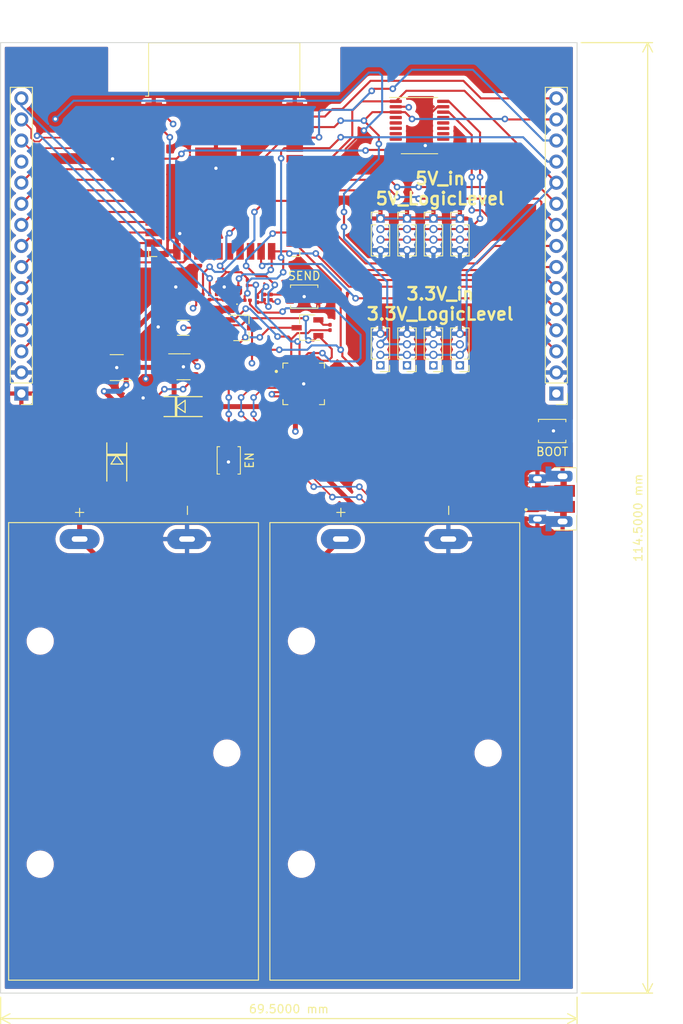
<source format=kicad_pcb>
(kicad_pcb (version 20211014) (generator pcbnew)
  (layers (0 "F.Cu" signal) (1 "In1.Cu" power "GND") (2 "In2.Cu" power "3.3V") (31 "B.Cu" signal) (34 "B.Paste" user) (35 "F.Paste" user) (36 "B.SilkS" user "B.Silkscreen") (37 "F.SilkS" user "F.Silkscreen") (38 "B.Mask" user) (39 "F.Mask" user) (44 "Edge.Cuts" user))
  (net 0 "")
  (net 1 "+BATT")
  (net 2 "-BATT")
  (net 3 "/GPIO4")
  (net 4 "+3V3")
  (net 5 "+5V")
  (net 6 "VCC")
  (net 7 "Net-(C6-Pad1)")
  (net 8 "Net-(C9-Pad1)")
  (net 9 "Net-(D1-Pad1)")
  (net 10 "/GPIO2")
  (net 11 "Net-(D2-Pad2)")
  (net 12 "VBUS")
  (net 13 "/D-")
  (net 14 "/D+")
  (net 16 "/RTS")
  (net 17 "Net-(Q1-Pad2)")
  (net 18 "/EN")
  (net 19 "/DTR")
  (net 20 "Net-(Q2-Pad2)")
  (net 21 "/GPIO0")
  (net 22 "/TX0")
  (net 23 "Net-(R3-Pad2)")
  (net 24 "/GPIO5")
  (net 25 "Net-(R10-Pad1)")
  (net 26 "/RX0")
  (net 27 "Net-(R11-Pad1)")
  (net 28 "Net-(R12-Pad1)")
  (net 29 "Net-(R14-Pad2)")
  (net 30 "/I²C5VLLEnable")
  (net 38 "/VP")
  (net 39 "/VN")
  (net 40 "/A7")
  (net 41 "/A4")
  (net 42 "/A5")
  (net 43 "/A8")
  (net 44 "/A9")
  (net 45 "/GPIO27")
  (net 46 "/GPIO14")
  (net 47 "/GPIO12")
  (net 48 "/GPIO13")
  (net 55 "/GPIO15")
  (net 56 "/RX2")
  (net 57 "/TX2")
  (net 58 "/GPIO18")
  (net 59 "/GPIO19")
  (net 61 "/GPIO21")
  (net 62 "/GPIO22")
  (net 63 "/GPIO23")
  (net 76 "/5VLL_SCL")
  (net 77 "/5VLL_SDA")
  (footprint "Resistor_SMD:R_0201_0603Metric" (layer "F.Cu") (at 134.881629 69.417987 180)
    (fp_text reference "R10" hide)
    (fp_text value "1K" hide)
  )
  (footprint "Connector_PinHeader_1.27mm:PinHeader_1x04_P1.27mm_Vertical" (layer "F.Cu") (at 160.503866 77.263219 180)
    (fp_text reference "J6" hide)
    (fp_text value "I²C2-3.3VLL&Pow" hide)
  )
  (footprint "Capacitor_SMD:C_1206_3216Metric" (layer "F.Cu") (at 127.16395 72.731002 180)
    (fp_text reference "C3" hide)
    (fp_text value "100uF/6.3V" hide)
  )
  (footprint "BC9VPC:BAT_BC9VPC" (layer "F.Cu") (at 121.13895 123.96705 90)
    (fp_text reference "BT1" hide)
    (fp_text value "BC9VPC" hide)
  )
  (footprint "Resistor_SMD:R_0201_0603Metric" (layer "F.Cu") (at 120.63895 52.382 180)
    (fp_text reference "R15" hide)
    (fp_text value "2.2K" hide)
  )
  (footprint "Connector_PinHeader_1.27mm:PinHeader_1x04_P1.27mm_Vertical" (layer "F.Cu") (at 150.938049 59.574142)
    (fp_text reference "J2" hide)
    (fp_text value "I²C1-5VLL-5VPow" hide)
  )
  (footprint "Resistor_SMD:R_0201_0603Metric" (layer "F.Cu") (at 131.452373 72.69791 90)
    (fp_text reference "R5" hide)
    (fp_text value "10K" hide)
  )
  (footprint "Resistor_SMD:R_0201_0603Metric" (layer "F.Cu") (at 129.539514 69.028612 90)
    (fp_text reference "R6" hide)
    (fp_text value "10K" hide)
  )
  (footprint "Connector_PinHeader_1.27mm:PinHeader_1x04_P1.27mm_Vertical" (layer "F.Cu") (at 154.133159 77.262504 180)
    (fp_text reference "J11" hide)
    (fp_text value "I²C4-3.3VLL&Pow" hide)
  )
  (footprint "Connector_PinHeader_2.54mm:PinHeader_1x15_P2.54mm_Vertical" (layer "F.Cu") (at 172.13895 80.657 180)
    (fp_text reference "J7" hide)
    (fp_text value "Conn_01x15_Male" hide)
  )
  (footprint "Resistor_SMD:R_0201_0603Metric" (layer "F.Cu") (at 130.352353 69.02394 90)
    (fp_text reference "R14" hide)
    (fp_text value "10K" hide)
  )
  (footprint "Resistor_SMD:R_0201_0603Metric" (layer "F.Cu") (at 135.447554 75.619215 90)
    (fp_text reference "R9" hide)
    (fp_text value "10K" hide)
  )
  (footprint "Connector_PinHeader_1.27mm:PinHeader_1x04_P1.27mm_Vertical" (layer "F.Cu") (at 150.927915 77.257172 180)
    (fp_text reference "J9" hide)
    (fp_text value "I²C3-3.3VLL&Pow" hide)
  )
  (footprint "Resistor_SMD:R_0201_0603Metric" (layer "F.Cu") (at 132.81868 69.030499 -90)
    (fp_text reference "R1" hide)
    (fp_text value "1K" hide)
  )
  (footprint "Connector_PinHeader_1.27mm:PinHeader_1x04_P1.27mm_Vertical" (layer "F.Cu") (at 157.32646 59.572191)
    (fp_text reference "J5" hide)
    (fp_text value "I²C2-5VLL-5VPow" hide)
  )
  (footprint "Resistor_SMD:R_0201_0603Metric" (layer "F.Cu") (at 133.48395 67.782)
    (fp_text reference "R8" hide)
    (fp_text value "10K" hide)
  )
  (footprint "Package_TO_SOT_SMD:SOT-23-5" (layer "F.Cu") (at 119.13895 77.531002 180)
    (fp_text reference "U4" hide)
    (fp_text value "SPX3819M5-L-5-0" hide)
  )
  (footprint "Connector_PinHeader_1.27mm:PinHeader_1x04_P1.27mm_Vertical" (layer "F.Cu") (at 157.320553 77.263351 180)
    (fp_text reference "J3" hide)
    (fp_text value "I²C1-3.3VLL&Pow" hide)
  )
  (footprint "Package_SO:TSSOP-20_4.4x6.5mm_P0.65mm" (layer "F.Cu") (at 155.63895 48.382)
    (fp_text reference "U3" hide)
    (fp_text value "TXS0108EPW" hide)
  )
  (footprint "Package_TO_SOT_SMD:SOT-23-5" (layer "F.Cu") (at 127.19232 77.432)
    (fp_text reference "U5" hide)
    (fp_text value "SPX3819M5-L-3-3" hide)
  )
  (footprint "Capacitor_SMD:C_0201_0603Metric" (layer "F.Cu") (at 131.995413 69.026421 90)
    (fp_text reference "C2" hide)
    (fp_text value "0.1u" hide)
  )
  (footprint "LED_SMD:LED_0201_0603Metric" (layer "F.Cu") (at 127.903157 69.02771 90)
    (fp_text reference "D2" hide)
    (fp_text value "Vermelho" hide)
  )
  (footprint "Button_Switch_SMD:SW_SPST_B3U-1000P" (layer "F.Cu") (at 171.63895 85.16625)
    (fp_text reference "SW2" hide)
    (fp_text value "BOOT")
  )
  (footprint "CP2102-GM:QFN50P500X500X100-29N" (layer "F.Cu") (at 141.67895 79.491002)
    (fp_text reference "U1" hide)
    (fp_text value "CP2102-GM" hide)
  )
  (footprint "SS14:DO-214AC" (layer "F.Cu") (at 127.13895 82.231002)
    (fp_text reference "D4" hide)
    (fp_text value "SS14" hide)
  )
  (footprint "Resistor_SMD:R_0201_0603Metric" (layer "F.Cu") (at 136.933416 69.046279 90)
    (fp_text reference "R13" hide)
    (fp_text value "100" hide)
  )
  (footprint "Capacitor_SMD:C_0201_0603Metric" (layer "F.Cu") (at 155.13895 52.582)
    (fp_text reference "C4" hide)
    (fp_text value "0.1u" hide)
  )
  (footprint "Resistor_SMD:R_0201_0603Metric" (layer "F.Cu") (at 137.752807 69.049248 -90)
    (fp_text reference "R12" hide)
    (fp_text value "10k" hide)
  )
  (footprint "RF_Module:ESP32-WROOM-32" (layer "F.Cu") (at 132.09895 54.272)
    (fp_text reference "U2" hide)
    (fp_text value "ESP32-WROOM-32" hide)
  )
  (footprint "Connector_PinHeader_1.27mm:PinHeader_1x04_P1.27mm_Vertical" (layer "F.Cu") (at 160.512029 59.574176)
    (fp_text reference "J10" hide)
    (fp_text value "I²C4-5VLL-5VPow" hide)
  )
  (footprint "Resistor_SMD:R_0201_0603Metric" (layer "F.Cu") (at 134.89295 67.31 -90)
    (fp_text reference "R3" hide)
    (fp_text value "1K" hide)
  )
  (footprint "Resistor_SMD:R_0201_0603Metric" (layer "F.Cu") (at 128.722529 69.033405 90)
    (fp_text reference "R2" hide)
    (fp_text value "1K" hide)
  )
  (footprint "Package_TO_SOT_SMD:TSOT-23" (layer "F.Cu") (at 134.13895 72.731002)
    (fp_text reference "Q2" hide)
    (fp_text value "S8050" hide)
  )
  (footprint "Capacitor_SMD:C_0201_0603Metric" (layer "F.Cu") (at 121.030144 81.186846)
    (fp_text reference "C7" hide)
    (fp_text value "10u" hide)
  )
  (footprint "10103594-0001LF:AMPHENOL_10103594-0001LF" (layer "F.Cu") (at 172.89145 93.3445 90)
    (fp_text reference "J1" hide)
    (fp_text value "10103594-0001LF" hide)
  )
  (footprint "BC9VPC:BAT_BC9VPC" (layer "F.Cu") (at 152.63895 123.96705 90)
    (fp_text reference "BT2" hide)
    (fp_text value "BC9VPC" hide)
  )
  (footprint "Capacitor_SMD:C_0201_0603Metric" (layer "F.Cu") (at 134.38495 75.946 180)
    (fp_text reference "C10" hide)
    (fp_text value "10u" hide)
  )
  (footprint "Capacitor_SMD:C_0201_0603Metric" (layer "F.Cu") (at 136.110072 69.342 90)
    (fp_text reference "C1" hide)
    (fp_text value "2.2u" hide)
  )
  (footprint "Resistor_SMD:R_0201_0603Metric" (layer "F.Cu") (at 144.853479 72.693965 -90)
    (fp_text reference "R4" hide)
    (fp_text value "10K" hide)
  )
  (footprint "Package_TO_SOT_SMD:TSOT-23" (layer "F.Cu") (at 142.13895 72.731002 180)
    (fp_text reference "Q1" hide)
    (fp_text value "S8050" hide)
  )
  (footprint "SS14:DO-214AC" (layer "F.Cu") (at 119.14495 88.9 -90)
    (fp_text reference "D3" hide)
    (fp_text value "SS14" hide)
  )
  (footprint "Capacitor_SMD:C_0201_0603Metric" (layer "F.Cu") (at 125.93895 69.382)
    (fp_text reference "C8" hide)
    (fp_text value "1u" hide)
  )
  (footprint "Capacitor_SMD:C_0201_0603Metric" (layer "F.Cu") (at 121.029891 82.229594)
    (fp_text reference "C5" hide)
    (fp_text value "1u" hide)
  )
  (footprint "Button_Switch_SMD:SW_SPST_B3U-1000P" (layer "F.Cu") (at 132.645207 88.707614 -90)
    (fp_text reference "SW1" hide)
    (fp_text value "EN")
  )
  (footprint "Capacitor_SMD:C_0201_0603Metric" (layer "F.Cu") (at 115.88895 76.903214 -90)
    (fp_text reference "C6" hide)
    (fp_text value "470p" hide)
  )
  (footprint "Resistor_SMD:R_0201_0603Metric" (layer "F.Cu") (at 131.171776 69.025072 90)
    (fp_text reference "R7" hide)
    (fp_text value "10K" hide)
  )
  (footprint "Button_Switch_SMD:SW_SPST_B3U-1000P" (layer "F.Cu") (at 141.73895 68.982 180)
    (fp_text reference "SW3" hide)
    (fp_text value "SEND")
  )
  (footprint "Connector_PinHeader_2.54mm:PinHeader_1x15_P2.54mm_Vertical" (layer "F.Cu") (at 107.63895 80.657 180)
    (fp_text reference "J4" hide)
    (fp_text value "Conn_01x15_Male" hide)
  )
  (footprint "Capacitor_SMD:C_0201_0603Metric" (layer "F.Cu") (at 122.63895 82.231002 180)
    (fp_text reference "C9" hide)
    (fp_text value "470p" hide)
  )
  (footprint "LED_SMD:LED_0201_0603Metric" (layer "F.Cu") (at 133.63895 69.031002 90)
    (fp_text reference "D1" hide)
    (fp_text value "Azul" hide)
  )
  (footprint "Resistor_SMD:R_0201_0603Metric" (layer "F.Cu") (at 140.681036 83.972529 -90)
    (fp_text reference "R11" hide)
    (fp_text value "4.7K" hide)
  )
  (footprint "Connector_PinHeader_1.27mm:PinHeader_1x04_P1.27mm_Vertical" (layer "F.Cu") (at 154.13895 59.572)
    (fp_text reference "J8" hide)
    (fp_text value "I²C3-5VLL-5VPow" hide)
  )
  (gr_line (start 105.13895 83.882) (end 105.13895 152.882) (layer "Edge.Cuts") (width 0.1))
  (gr_line (start 174.13895 152.882) (end 174.63895 152.882) (layer "Edge.Cuts") (width 0.1))
  (gr_line (start 174.63895 152.882) (end 174.63895 88.382) (layer "Edge.Cuts") (width 0.1))
  (gr_line (start 174.63895 38.382) (end 105.13895 38.382) (layer "Edge.Cuts") (width 0.1))
  (gr_line (start 105.13895 38.382) (end 105.13895 53.882) (layer "Edge.Cuts") (width 0.1))
  (gr_line (start 105.13895 53.882) (end 105.13895 83.882) (layer "Edge.Cuts") (width 0.1))
  (gr_line (start 105.13895 152.882) (end 174.13895 152.882) (layer "Edge.Cuts") (width 0.1))
  (gr_line (start 174.63895 88.382) (end 174.63895 38.382) (layer "Edge.Cuts") (width 0.1))
  (gr_text "3.3V_in\n3.3V_LogicLevel" (at 158.133159 69.862504) (layer "F.SilkS") (effects (font (size 1.5 1.5) (thickness 0.3))))
  (gr_text "5V_in\n5V_LogicLevel" (at 158.13895 55.972) (layer "F.SilkS") (effects (font (size 1.5 1.5) (thickness 0.3))))
  (dimension (type aligned) (layer "F.SilkS") (pts (xy 174.63895 152.882) (xy 174.63895 38.382)) (height 8.514) (gr_text "114,5000 mm" (at 182.00295 95.632 90) (layer "F.SilkS") (effects (font (size 1 1) (thickness 0.15)))) (format (units 3) (units_format 1) (precision 4)) (style (thickness 0.15) (arrow_length 1.27) (text_position_mode 0) (extension_height 0.58642) (extension_offset 0.5) keep_text_aligned))
  (dimension (type aligned) (layer "F.SilkS") (pts (xy 105.13895 152.882) (xy 174.63895 152.882)) (height 3.073999) (gr_text "69,5000 mm" (at 139.88895 154.805999) (layer "F.SilkS") (effects (font (size 1 1) (thickness 0.15)))) (format (units 3) (units_format 1) (precision 4)) (style (thickness 0.15) (arrow_length 1.27) (text_position_mode 0) (extension_height 0.58642) (extension_offset 0.5) keep_text_aligned))
  (segment (start 114.66195 98.18605) (end 118.0759 101.6) (width 0.595) (layer "F.Cu") (net 1))
  (segment (start 114.66195 95.433) (end 114.66195 98.18605) (width 0.595) (layer "F.Cu") (net 1))
  (segment (start 142.748 101.6) (end 146.16195 98.18605) (width 0.595) (layer "F.Cu") (net 1))
  (segment (start 119.14495 90.95) (end 114.66195 95.433) (width 0.595) (layer "F.Cu") (net 1))
  (segment (start 146.16195 98.18605) (end 144.95695 98.18605) (width 0.595) (layer "F.Cu") (net 1))
  (segment (start 118.0759 101.6) (end 142.748 101.6) (width 0.595) (layer "F.Cu") (net 1))
  (segment (start 172.80395 92.0445) (end 173.14145 92.382) (width 0.595) (layer "F.Cu") (net 2))
  (segment (start 131.09895 53.517) (end 131.09895 50.767) (width 0.25) (layer "F.Cu") (net 2))
  (segment (start 120.31895 52.382) (end 118.63695 52.382) (width 0.25) (layer "F.Cu") (net 2))
  (segment (start 131.995413 68.706421) (end 131.995413 67.921537) (width 0.25) (layer "F.Cu") (net 2))
  (segment (start 173.33895 85.16625) (end 171.803389 85.16625) (width 0.595) (layer "F.Cu") (net 2))
  (segment (start 137.047334 67.782) (end 137.13895 67.782) (width 0.25) (layer "F.Cu") (net 2))
  (segment (start 156.86395 51.307) (end 156.33895 50.782) (width 0.25) (layer "F.Cu") (net 2))
  (segment (start 172.89145 94.557) (end 173.14145 94.307) (width 0.595) (layer "F.Cu") (net 2))
  (segment (start 122.31895 81.188126) (end 122.319626 81.18745) (width 0.25) (layer "F.Cu") (net 2))
  (segment (start 127.174826 77.432) (end 127.176073 77.433247) (width 0.25) (layer "F.Cu") (net 2))
  (segment (start 126.25895 69.382) (end 126.25695 69.38) (width 0.25) (layer "F.Cu") (net 2))
  (segment (start 136.110072 69.022) (end 136.110072 68.719262) (width 0.25) (layer "F.Cu") (net 2))
  (segment (start 124.237952 72.731002) (end 124.13895 72.632) (width 0.25) (layer "F.Cu") (net 2))
  (segment (start 141.247952 78.991002) (end 141.63895 79.382) (width 0.25) (layer "F.Cu") (net 2))
  (segment (start 127.903157 69.34771) (end 126.29324 69.34771) (width 0.25) (layer "F.Cu") (net 2))
  (segment (start 120.27645 77.531002) (end 119.13923 77.531002) (width 0.25) (layer "F.Cu") (net 2))
  (segment (start 155.45895 51.662) (end 156.33895 50.782) (width 0.25) (layer "F.Cu") (net 2))
  (segment (start 170.06645 92.0445) (end 172.80395 92.0445) (width 0.595) (layer "F.Cu") (net 2))
  (segment (start 126.29324 69.34771) (end 126.25895 69.382) (width 0.25) (layer "F.Cu") (net 2))
  (segment (start 141.17895 78.991002) (end 139.30895 78.991002) (width 0.25) (layer "F.Cu") (net 2))
  (segment (start 135.84895 46.017) (end 140.59895 46.017) (width 0.25) (layer "F.Cu") (net 2))
  (segment (start 122.319022 81.186846) (end 122.319626 81.18745) (width 0.25) (layer "F.Cu") (net 2))
  (segment (start 131.09895 50.767) (end 126.34895 46.017) (width 0.25) (layer "F.Cu") (net 2))
  (segment (start 169.86145 91.8395) (end 170.06645 92.0445) (width 0.595) (layer "F.Cu") (net 2))
  (segment (start 143.43895 68.982) (end 141.73895 68.982) (width 0.25) (layer "F.Cu") (net 2))
  (segment (start 133.53895 76.472) (end 133.97793 76.03302) (width 0.25) (layer "F.Cu") (net 2))
  (segment (start 132.09895 67.818) (end 133.12795 67.818) (width 0.25) (layer "F.Cu") (net 2))
  (segment (start 155.45895 52.582) (end 155.45895 51.662) (width 0.25) (layer "F.Cu") (net 2))
  (segment (start 136.110072 68.719262) (end 137.047334 67.782) (width 0.25) (layer "F.Cu") (net 2))
  (segment (start 118.831442 77.223214) (end 119.13895 77.530722) (width 0.25) (layer "F.Cu") (net 2))
  (segment (start 126.38395 63.527) (end 126.38395 61.737) (width 0.25) (layer "F.Cu") (net 2))
  (segment (start 126.25695 69.38) (end 126.25695 67.818) (width 0.25) (layer "F.Cu") (net 2))
  (segment (start 173.14145 92.382) (end 173.14145 94.307) (width 0.595) (layer "F.Cu") (net 2))
  (segment (start 131.09895 50.767) (end 135.84895 46.017) (width 0.25) (layer "F.Cu") (net 2))
  (segment (start 131.999491 68.710499) (end 131.995413 68.706421) (width 0.25) (layer "F.Cu") (net 2))
  (segment (start 126.05482 77.432) (end 127.174826 77.432) (width 0.595) (layer "F.Cu") (net 2))
  (segment (start 122.31895 82.231002) (end 122.31895 81.188126) (width 0.25) (layer "F.Cu") (net 2))
  (segment (start 121.350144 81.186846) (end 122.319022 81.186846) (width 0.25) (layer "F.Cu") (net 2))
  (segment (start 126.38395 61.737) (end 126.73895 61.382) (width 0.25) (layer "F.Cu") (net 2))
  (segment (start 141.67895 79.491002) (end 141.17895 78.991002) (width 0.25) (layer "F.Cu") (net 2))
  (segment (start 132.60695 88.9) (end 132.60695 90.431002) (width 0.25) (layer "F.Cu") (net 2))
  (segment (start 133.53895 77.982) (end 134.547952 78.991002) (width 0.25) (layer "F.Cu") (net 2))
  (segment (start 121.350144 82.229341) (end 121.349891 82.229594) (width 0.25) (layer "F.Cu") (net 2))
  (segment (start 169.86145 90.9195) (end 169.86145 91.8395) (width 0.595) (layer "F.Cu") (net 2))
  (segment (start 125.68895 72.731002) (end 124.237952 72.731002) (width 0.25) (layer "F.Cu") (net 2))
  (segment (start 158.50145 51.307) (end 156.86395 51.307) (width 0.25) (layer "F.Cu") (net 2))
  (segment (start 171.803389 85.16625) (end 171.79265 85.155511) (width 0.25) (layer "F.Cu") (net 2))
  (segment (start 172.89145 96.0695) (end 172.89145 94.557) (width 0.595) (layer "F.Cu") (net 2))
  (segment (start 126.34895 46.017) (end 123.59895 46.017) (width 0.25) (layer "F.Cu") (net 2))
  (segment (start 119.13923 77.531002) (end 119.13895 77.530722) (width 0.25) (layer "F.Cu") (net 2))
  (segment (start 132.81868 68.710499) (end 131.999491 68.710499) (width 0.25) (layer "F.Cu") (net 2))
  (segment (start 133.53895 77.982) (end 133.53895 76.472) (width 0.25) (layer "F.Cu") (net 2))
  (segment (start 134.547952 78.991002) (end 139.30895 78.991002) (width 0.25) (layer "F.Cu") (net 2))
  (segment (start 131.995413 67.921537) (end 132.09895 67.818) (width 0.25) (layer "F.Cu") (net 2))
  (segment (start 121.350144 81.186846) (end 121.350144 82.229341) (width 0.25) (layer "F.Cu") (net 2))
  (segment (start 115.88895 77.223214) (end 118.831442 77.223214) (width 0.25) (layer "F.Cu") (net 2))
  (via (at 131.09895 53.517) (size 0.8) (drill 0.4) (layers "F.Cu" "B.Cu") (net 2))
  (via (at 141.73895 68.982) (size 0.8) (drill 0.4) (layers "F.Cu" "B.Cu") (net 2))
  (via (at 118.63695 52.382) (size 0.8) (drill 0.4) (layers "F.Cu" "B.Cu") (net 2))
  (via (at 127.176073 77.433247) (size 0.8) (drill 0.4) (layers "F.Cu" "B.Cu") (net 2))
  (via (at 137.13895 67.782) (size 0.8) (drill 0.4) (layers "F.Cu" "B.Cu") (net 2))
  (via (at 126.25695 67.818) (size 0.8) (drill 0.4) (layers "F.Cu" "B.Cu") (net 2))
  (via (at 171.79265 85.155511) (size 0.8) (drill 0.4) (layers "F.Cu" "B.Cu") (net 2))
  (via (at 126.73895 61.382) (size 0.8) (drill 0.4) (layers "F.Cu" "B.Cu") (net 2))
  (via (at 124.13895 72.632) (size 0.8) (drill 0.4) (layers "F.Cu" "B.Cu") (net 2))
  (via (at 119.13895 77.530722) (size 0.8) (drill 0.4) (layers "F.Cu" "B.Cu") (net 2))
  (via (at 132.60695 88.9) (size 0.8) (drill 0.4) (layers "F.Cu" "B.Cu") (net 2))
  (via (at 132.09895 67.818) (size 0.8) (drill 0.4) (layers "F.Cu" "B.Cu") (net 2))
  (via (at 156.33895 50.782) (size 0.8) (drill 0.4) (layers "F.Cu" "B.Cu") (net 2))
  (via (at 141.67895 79.491002) (size 0.8) (drill 0.4) (layers "F.Cu" "B.Cu") (net 2))
  (via (at 122.319626 81.18745) (size 0.8) (drill 0.4) (layers "F.Cu" "B.Cu") (net 2))
  (segment (start 170.16145 96.0695) (end 169.86145 95.7695) (width 0.595) (layer "B.Cu") (net 2))
  (segment (start 172.89145 96.0695) (end 170.16145 96.0695) (width 0.595) (layer "B.Cu") (net 2))
  (segment (start 137.93895 61.382) (end 138.06395 61.257) (width 0.25) (layer "F.Cu") (net 3))
  (segment (start 136.933416 69.682466) (end 137.43295 70.182) (width 0.25) (layer "F.Cu") (net 3))
  (segment (start 136.933416 69.366279) (end 136.637695 69.662) (width 0.25) (layer "F.Cu") (net 3))
  (segment (start 135.967451 66.506501) (end 137.137451 66.506501) (width 0.25) (layer "F.Cu") (net 3))
  (segment (start 134.73895 65.278) (end 135.967451 66.506501) (width 0.25) (layer "F.Cu") (net 3))
  (segment (start 138.06395 61.257) (end 140.59895 61.257) (width 0.25) (layer "F.Cu") (net 3))
  (segment (start 168.62395 66.982) (end 172.13895 70.497) (width 0.25) (layer "F.Cu") (net 3))
  (segment (start 140.59895 61.257) (end 141.84895 61.257) (width 0.25) (layer "F.Cu") (net 3))
  (segment (start 141.84895 61.257) (end 147.57395 66.982) (width 0.25) (layer "F.Cu") (net 3))
  (segment (start 147.57395 66.982) (end 168.62395 66.982) (width 0.25) (layer "F.Cu") (net 3))
  (segment (start 137.137451 66.506501) (end 138.19495 67.564) (width 0.25) (layer "F.Cu") (net 3))
  (segment (start 136.637695 69.662) (end 136.110072 69.662) (width 0.25) (layer "F.Cu") (net 3))
  (segment (start 136.933416 69.366279) (end 136.933416 69.682466) (width 0.25) (layer "F.Cu") (net 3))
  (via (at 137.43295 70.182) (size 0.8) (drill 0.4) (layers "F.Cu" "B.Cu") (net 3))
  (via (at 134.73895 65.278) (size 0.8) (drill 0.4) (layers "F.Cu" "B.Cu") (net 3))
  (via (at 138.19495 67.564) (size 0.8) (drill 0.4) (layers "F.Cu" "B.Cu") (net 3))
  (via (at 137.93895 61.382) (size 0.8) (drill 0.4) (layers "F.Cu" "B.Cu") (net 3))
  (segment (start 137.43295 70.182) (end 137.43295 68.5126) (width 0.25) (layer "B.Cu") (net 3))
  (segment (start 134.73895 64.582) (end 134.73895 65.278) (width 0.25) (layer "B.Cu") (net 3))
  (segment (start 137.93895 61.382) (end 134.73895 64.582) (width 0.25) (layer "B.Cu") (net 3))
  (segment (start 137.43295 68.5126) (end 138.19495 67.7506) (width 0.25) (layer "B.Cu") (net 3))
  (segment (start 138.19495 67.7506) (end 138.19495 67.564) (width 0.25) (layer "B.Cu") (net 3))
  (segment (start 125.04395 47.287) (end 125.93895 48.182) (width 0.25) (layer "F.Cu") (net 4))
  (segment (start 127.198907 72.731002) (end 127.191481 72.738428) (width 0.25) (layer "F.Cu") (net 4))
  (segment (start 140.681036 84.292529) (end 140.681036 85.222529) (width 0.595) (layer "F.Cu") (net 4))
  (segment (start 135.447554 75.939215) (end 135.447554 76.997117) (width 0.25) (layer "F.Cu") (net 4))
  (segment (start 152.77645 46.107) (end 154.277178 46.107) (width 0.25) (layer "F.Cu") (net 4))
  (segment (start 131.173125 69.346421) (end 131.171776 69.345072) (width 0.25) (layer "F.Cu") (net 4))
  (segment (start 139.30895 80.491002) (end 138.088795 80.491002) (width 0.25) (layer "F.Cu") (net 4))
  (segment (start 154.277178 46.107) (end 154.344453 46.174275) (width 0.25) (layer "F.Cu") (net 4))
  (segment (start 139.30895 80.991002) (end 138.081619 80.991002) (width 0.25) (layer "F.Cu") (net 4))
  (segment (start 128.32982 76.82287) (end 128.88895 77.382) (width 0.25) (layer "F.Cu") (net 4))
  (segment (start 130.353485 69.345072) (end 130.352353 69.34394) (width 0.25) (layer "F.Cu") (net 4))
  (segment (start 134.63895 75.952) (end 135.434769 75.952) (width 0.25) (layer "F.Cu") (net 4))
  (segment (start 128.727322 69.348612) (end 128.722529 69.353405) (width 0.25) (layer "F.Cu") (net 4))
  (segment (start 131.995413 69.346421) (end 131.173125 69.346421) (width 0.25) (layer "F.Cu") (net 4))
  (segment (start 137.752807 69.369248) (end 137.965559 69.582) (width 0.25) (layer "F.Cu") (net 4))
  (segment (start 135.434769 75.952) (end 135.447554 75.939215) (width 0.25) (layer "F.Cu") (net 4))
  (segment (start 128.722529 69.998421) (end 128.33895 70.382) (width 0.25) (layer "F.Cu") (net 4))
  (segment (start 128.63895 72.731002) (end 127.198907 72.731002) (width 0.25) (layer "F.Cu") (net 4))
  (segment (start 129.539514 69.348612) (end 128.727322 69.348612) (width 0.25) (layer "F.Cu") (net 4))
  (segment (start 128.32982 76.482) (end 128.32982 76.82287) (width 0.25) (layer "F.Cu") (net 4))
  (segment (start 129.544186 69.34394) (end 129.539514 69.348612) (width 0.25) (layer "F.Cu") (net 4))
  (segment (start 139.30895 80.991002) (end 139.30895 80.491002) (width 0.25) (layer "F.Cu") (net 4))
  (segment (start 135.447554 76.997117) (end 135.438741 77.00593) (width 0.25) (layer "F.Cu") (net 4))
  (segment (start 130.352353 69.34394) (end 129.544186 69.34394) (width 0.25) (layer "F.Cu") (net 4))
  (segment (start 131.171776 69.345072) (end 130.353485 69.345072) (width 0.25) (layer "F.Cu") (net 4))
  (segment (start 137.965559 69.582) (end 138.53895 69.582) (width 0.25) (layer "F.Cu") (net 4))
  (segment (start 123.59895 47.287) (end 125.04395 47.287) (width 0.25) (layer "F.Cu") (net 4))
  (segment (start 138.088795 80.491002) (end 137.835207 80.74459) (width 0.25) (layer "F.Cu") (net 4))
  (segment (start 138.081619 80.991002) (end 137.835207 80.74459) (width 0.25) (layer "F.Cu") (net 4))
  (segment (start 128.722529 69.353405) (end 128.722529 69.998421) (width 0.25) (layer "F.Cu") (net 4))
  (via (at 154.344453 46.174275) (size 0.8) (drill 0.4) (layers "F.Cu" "B.Cu") (net 4))
  (via (at 127.191481 72.738428) (size 0.8) (drill 0.4) (layers "F.Cu" "B.Cu") (net 4))
  (via (at 137.835207 80.74459) (size 0.8) (drill 0.4) (layers "F.Cu" "B.Cu") (net 4))
  (via (at 140.681036 85.222529) (size 0.8) (drill 0.4) (layers "F.Cu" "B.Cu") (net 4))
  (via (at 135.438741 77.00593) (size 0.8) (drill 0.4) (layers "F.Cu" "B.Cu") (net 4))
  (via (at 138.53895 69.582) (size 0.8) (drill 0.4) (layers "F.Cu" "B.Cu") (net 4))
  (via (at 128.33895 70.382) (size 0.8) (drill 0.4) (layers "F.Cu" "B.Cu") (net 4))
  (via (at 128.88895 77.382) (size 0.8) (drill 0.4) (layers "F.Cu" "B.Cu") (net 4))
  (via (at 125.93895 48.182) (size 0.8) (drill 0.4) (layers "F.Cu" "B.Cu") (net 4))
  (segment (start 118.00145 79.1205) (end 119.936033 81.055083) (width 0.25) (layer "F.Cu") (net 5))
  (segment (start 120.710144 80.810806) (end 122.63895 78.882) (width 0.25) (layer "F.Cu") (net 5))
  (segment (start 146.73895 51.182) (end 146.73895 52.486) (width 0.25) (layer "F.Cu") (net 5))
  (segment (start 148.93895 48.982) (end 146.73895 51.182) (width 0.25) (layer "F.Cu") (net 5))
  (segment (start 157.813589 46.107) (end 158.50145 46.107) (width 0.25) (layer "F.Cu") (net 5))
  (segment (start 111.73895 47.582) (end 109.726651 49.594299) (width 0.25) (layer "F.Cu") (net 5))
  (segment (start 120.710144 81.186846) (end 120.710144 80.810806) (width 0.25) (layer "F.Cu") (net 5))
  (segment (start 108.86395 80.657) (end 107.63895 80.657) (width 0.25) (layer "F.Cu") (net 5))
  (segment (start 153.80695 53.594) (end 154.13895 53.262) (width 0.25) (layer "F.Cu") (net 5))
  (segment (start 120.578381 81.055083) (end 120.710144 81.186846) (width 0.25) (layer "F.Cu") (net 5))
  (segment (start 154.81895 49.101639) (end 157.813589 46.107) (width 0.25) (layer "F.Cu") (net 5))
  (segment (start 147.84695 53.594) (end 153.80695 53.594) (width 0.25) (layer "F.Cu") (net 5))
  (segment (start 146.73895 52.486) (end 147.84695 53.594) (width 0.25) (layer "F.Cu") (net 5))
  (segment (start 119.936033 81.055083) (end 120.578381 81.055083) (width 0.25) (layer "F.Cu") (net 5))
  (segment (start 154.81895 52.582) (end 154.13895 53.262) (width 0.25) (layer "F.Cu") (net 5))
  (segment (start 154.81895 52.582) (end 154.81895 49.101639) (width 0.25) (layer "F.Cu") (net 5))
  (segment (start 109.726651 49.594299) (end 109.526651 49.594299) (width 0.25) (layer "F.Cu") (net 5))
  (segment (start 154.13895 53.262) (end 154.13895 59.572) (width 0.25) (layer "F.Cu") (net 5))
  (segment (start 118.00145 78.481002) (end 111.039948 78.481002) (width 0.25) (layer "F.Cu") (net 5))
  (segment (start 118.00145 78.481002) (end 118.00145 79.1205) (width 0.25) (layer "F.Cu") (net 5))
  (segment (start 111.039948 78.481002) (end 108.86395 80.657) (width 0.25) (layer "F.Cu") (net 5))
  (via (at 111.73895 47.582) (size 0.8) (drill 0.4) (layers "F.Cu" "B.Cu") (net 5))
  (via (at 148.93895 48.982) (size 0.8) (drill 0.4) (layers "F.Cu" "B.Cu") (net 5))
  (via (at 122.63895 78.882) (size 0.8) (drill 0.4) (layers "F.Cu" "B.Cu") (net 5))
  (via (at 109.526651 49.594299) (size 0.8) (drill 0.4) (layers "F.Cu" "B.Cu") (net 5))
  (segment (start 122.63895 62.317704) (end 109.915545 49.594299) (width 0.25) (layer "B.Cu") (net 5))
  (segment (start 160.510044 59.572191) (end 160.512029 59.574176) (width 0.25) (layer "B.Cu") (net 5))
  (segment (start 150.938049 59.574142) (end 154.136808 59.574142) (width 0.25) (layer "B.Cu") (net 5))
  (segment (start 122.63895 78.882) (end 122.63895 62.317704) (width 0.25) (layer "B.Cu") (net 5))
  (segment (start 151.13895 46.782) (end 148.93895 48.982) (width 0.25) (layer "B.Cu") (net 5))
  (segment (start 154.136808 59.574142) (end 154.13895 59.572) (width 0.25) (layer "B.Cu") (net 5))
  (segment (start 146.13895 45.382) (end 149.53895 41.982) (width 0.25) (layer "B.Cu") (net 5))
  (segment (start 151.13895 42.382) (end 151.13895 46.782) (width 0.25) (layer "B.Cu") (net 5))
  (segment (start 157.326269 59.572) (end 157.32646 59.572191) (width 0.25) (layer "B.Cu") (net 5))
  (segment (start 154.13895 59.572) (end 157.326269 59.572) (width 0.25) (layer "B.Cu") (net 5))
  (segment (start 150.73895 41.982) (end 151.13895 42.382) (width 0.25) (layer "B.Cu") (net 5))
  (segment (start 157.32646 59.572191) (end 160.510044 59.572191) (width 0.25) (layer "B.Cu") (net 5))
  (segment (start 111.73895 47.582) (end 113.93895 45.382) (width 0.25) (layer "B.Cu") (net 5))
  (segment (start 113.93895 45.382) (end 146.13895 45.382) (width 0.25) (layer "B.Cu") (net 5))
  (segment (start 149.53895 41.982) (end 150.73895 41.982) (width 0.25) (layer "B.Cu") (net 5))
  (segment (start 109.915545 49.594299) (end 109.526651 49.594299) (width 0.25) (layer "B.Cu") (net 5))
  (segment (start 125.08895 82.231002) (end 126.05482 81.265132) (width 0.595) (layer "F.Cu") (net 6))
  (segment (start 125.61895 69.382) (end 124.93895 69.382) (width 0.595) (layer "F.Cu") (net 6))
  (segment (start 120.27645 74.0445) (end 120.27645 76.581002) (width 0.595) (layer "F.Cu") (net 6))
  (segment (start 119.14495 81.906) (end 119.14495 86.85) (width 0.595) (layer "F.Cu") (net 6))
  (segment (start 124.552776 77.50748) (end 121.68495 77.50748) (width 0.595) (layer "F.Cu") (net 6))
  (segment (start 125.671248 76.482) (end 124.645768 77.50748) (width 0.595) (layer "F.Cu") (net 6))
  (segment (start 117.62095 80.382) (end 119.14495 81.906) (width 0.595) (layer "F.Cu") (net 6))
  (segment (start 126.05482 81.265132) (end 126.05482 78.382) (width 0.595) (layer "F.Cu") (net 6))
  (segment (start 120.27645 79.638621) (end 120.270859 79.644212) (width 0.595) (layer "F.Cu") (net 6))
  (segment (start 120.903974 78.481002) (end 121.68495 77.700026) (width 0.595) (layer "F.Cu") (net 6))
  (segment (start 121.68495 77.361978) (end 120.903974 76.581002) (width 0.595) (layer "F.Cu") (net 6))
  (segment (start 125.427296 78.382) (end 126.05482 78.382) (width 0.595) (layer "F.Cu") (net 6))
  (segment (start 120.903974 76.581002) (end 120.27645 76.581002) (width 0.595) (layer "F.Cu") (net 6))
  (segment (start 124.552776 77.50748) (end 125.427296 78.382) (width 0.595) (layer "F.Cu") (net 6))
  (segment (start 126.05482 76.482) (end 125.671248 76.482) (width 0.595) (layer "F.Cu") (net 6))
  (segment (start 121.68495 77.361978) (end 121.68495 77.50748) (width 0.595) (layer "F.Cu") (net 6))
  (segment (start 124.645768 77.50748) (end 124.552776 77.50748) (width 0.595) (layer "F.Cu") (net 6))
  (segment (start 120.709891 82.229594) (end 119.468544 82.229594) (width 0.595) (layer "F.Cu") (net 6))
  (segment (start 119.468544 82.229594) (end 119.14495 81.906) (width 0.595) (layer "F.Cu") (net 6))
  (segment (start 121.68495 77.700026) (end 121.68495 77.50748) (width 0.595) (layer "F.Cu") (net 6))
  (segment (start 120.27645 78.481002) (end 120.903974 78.481002) (width 0.595) (layer "F.Cu") (net 6))
  (segment (start 120.27645 78.481002) (end 120.27645 79.638621) (width 0.595) (layer "F.Cu") (net 6))
  (segment (start 124.93895 69.382) (end 120.27645 74.0445) (width 0.595) (layer "F.Cu") (net 6))
  (via (at 120.270859 79.644212) (size 0.8) (drill 0.4) (layers "F.Cu" "B.Cu") (net 6))
  (via (at 117.62095 80.382) (size 0.8) (drill 0.4) (layers "F.Cu" "B.Cu") (net 6))
  (segment (start 120.270859 79.644212) (end 119.533071 80.382) (width 0.595) (layer "B.Cu") (net 6))
  (segment (start 119.533071 80.382) (end 117.62095 80.382) (width 0.595) (layer "B.Cu") (net 6))
  (segment (start 117.999238 76.583214) (end 118.00145 76.581002) (width 0.25) (layer "F.Cu") (net 7))
  (segment (start 115.88895 76.583214) (end 117.999238 76.583214) (width 0.25) (layer "F.Cu") (net 7))
  (segment (start 128.32982 78.94113) (end 127.13895 80.132) (width 0.25) (layer "F.Cu") (net 8))
  (segment (start 122.95895 82.062) (end 122.95895 82.231002) (width 0.25) (layer "F.Cu") (net 8))
  (segment (start 124.88895 80.132) (end 122.95895 82.062) (width 0.25) (layer "F.Cu") (net 8))
  (segment (start 128.32982 78.382) (end 128.32982 78.94113) (width 0.25) (layer "F.Cu") (net 8))
  (via (at 124.88895 80.132) (size 0.8) (drill 0.4) (layers "F.Cu" "B.Cu") (net 8))
  (via (at 127.13895 80.132) (size 0.8) (drill 0.4) (layers "F.Cu" "B.Cu") (net 8))
  (segment (start 125.13895 80.132) (end 124.88895 80.132) (width 0.25) (layer "B.Cu") (net 8))
  (segment (start 127.13895 80.132) (end 125.13895 80.132) (width 0.25) (layer "B.Cu") (net 8))
  (segment (start 132.81868 69.350499) (end 133.638447 69.350499) (width 0.25) (layer "F.Cu") (net 9))
  (segment (start 133.638447 69.350499) (end 133.63895 69.351002) (width 0.25) (layer "F.Cu") (net 9))
  (segment (start 166.88395 67.782) (end 147.13895 67.782) (width 0.25) (layer "F.Cu") (net 10))
  (segment (start 133.80395 67.782) (end 133.84095 67.782) (width 0.25) (layer "F.Cu") (net 10))
  (segment (start 137.81395 65.652111) (end 137.713093 65.752968) (width 0.25) (layer "F.Cu") (net 10))
  (segment (start 133.999948 68.711002) (end 133.63895 68.711002) (width 0.25) (layer "F.Cu") (net 10))
  (segment (start 147.13895 67.782) (end 143.13895 63.782) (width 0.25) (layer "F.Cu") (net 10))
  (segment (start 137.81395 63.527) (end 139.68395 63.527) (width 0.25) (layer "F.Cu") (net 10))
  (segment (start 139.68395 63.527) (end 139.951249 63.794299) (width 0.25) (layer "F.Cu") (net 10))
  (segment (start 133.80395 66.875) (end 133.87695 66.802) (width 0.25) (layer "F.Cu") (net 10))
  (segment (start 134.13095 68.072) (end 134.13095 68.58) (width 0.25) (layer "F.Cu") (net 10))
  (segment (start 134.13095 68.58) (end 133.999948 68.711002) (width 0.25) (layer "F.Cu") (net 10))
  (segment (start 133.84095 67.782) (end 134.13095 68.072) (width 0.25) (layer "F.Cu") (net 10))
  (segment (start 172.13895 73.037) (end 166.88395 67.782) (width 0.25) (layer "F.Cu") (net 10))
  (segment (start 133.80395 67.782) (end 133.80395 66.875) (width 0.25) (layer "F.Cu") (net 10))
  (segment (start 137.81395 63.527) (end 137.81395 65.652111) (width 0.25) (layer "F.Cu") (net 10))
  (via (at 143.13895 63.782) (size 0.8) (drill 0.4) (layers "F.Cu" "B.Cu") (net 10))
  (via (at 137.713093 65.752968) (size 0.8) (drill 0.4) (layers "F.Cu" "B.Cu") (net 10))
  (via (at 133.87695 66.802) (size 0.8) (drill 0.4) (layers "F.Cu" "B.Cu") (net 10))
  (via (at 139.951249 63.794299) (size 0.8) (drill 0.4) (layers "F.Cu" "B.Cu") (net 10))
  (segment (start 137.713093 65.752968) (end 137.172061 66.294) (width 0.25) (layer "B.Cu") (net 10))
  (segment (start 137.172061 66.294) (end 134.38495 66.294) (width 0.25) (layer "B.Cu") (net 10))
  (segment (start 139.963548 63.782) (end 139.951249 63.794299) (width 0.25) (layer "B.Cu") (net 10))
  (segment (start 143.13895 63.782) (end 139.963548 63.782) (width 0.25) (layer "B.Cu") (net 10))
  (segment (start 134.38495 66.294) (end 133.87695 66.802) (width 0.25) (layer "B.Cu") (net 10))
  (segment (start 128.722529 68.713405) (end 127.908852 68.713405) (width 0.25) (layer "F.Cu") (net 11))
  (segment (start 127.908852 68.713405) (end 127.903157 68.70771) (width 0.25) (layer "F.Cu") (net 11))
  (segment (start 169.882884 94.6445) (end 148.217884 94.6445) (width 0.595) (layer "F.Cu") (net 12))
  (segment (start 139.205384 82.809566) (end 139.783948 82.231002) (width 0.595) (layer "F.Cu") (net 12))
  (segment (start 139.783948 82.231002) (end 129.18895 82.231002) (width 0.595) (layer "F.Cu") (net 12))
  (segment (start 148.217884 94.6445) (end 139.205384 85.632) (width 0.595) (layer "F.Cu") (net 12))
  (segment (start 139.783948 82.231002) (end 140.05193 81.96302) (width 0.595) (layer "F.Cu") (net 12))
  (segment (start 139.205384 85.632) (end 139.205384 82.809566) (width 0.595) (layer "F.Cu") (net 12))
  (segment (start 135.63895 83.632) (end 135.63895 83.132) (width 0.2) (layer "F.Cu") (net 13))
  (segment (start 135.63895 81.132) (end 136.779948 79.991002) (width 0.2) (layer "F.Cu") (net 13))
  (segment (start 145.13895 93.132) (end 135.63895 83.632) (width 0.2) (layer "F.Cu") (net 13))
  (segment (start 136.779948 79.991002) (end 139.30895 79.991002) (width 0.2) (layer "F.Cu") (net 13))
  (segment (start 149.25145 93.9945) (end 148.38895 93.132) (width 0.2) (layer "F.Cu") (net 13))
  (segment (start 170.06645 93.9945) (end 149.25145 93.9945) (width 0.2) (layer "F.Cu") (net 13))
  (via (at 135.63895 83.132) (size 0.8) (drill 0.4) (layers "F.Cu" "B.Cu") (net 13))
  (via (at 148.38895 93.132) (size 0.8) (drill 0.4) (layers "F.Cu" "B.Cu") (net 13))
  (via (at 135.63895 81.132) (size 0.8) (drill 0.4) (layers "F.Cu" "B.Cu") (net 13))
  (via (at 145.13895 93.132) (size 0.8) (drill 0.4) (layers "F.Cu" "B.Cu") (net 13))
  (segment (start 135.63895 83.132) (end 135.63895 81.132) (width 0.2) (layer "B.Cu") (net 13))
  (segment (start 148.38895 93.132) (end 145.13895 93.132) (width 0.2) (layer "B.Cu") (net 13))
  (segment (start 148.38895 91.882) (end 149.85145 93.3445) (width 0.2) (layer "F.Cu") (net 14))
  (segment (start 134.13895 83.132) (end 142.88895 91.882) (width 0.2) (layer "F.Cu") (net 14))
  (segment (start 139.30895 79.491002) (end 135.779948 79.491002) (width 0.2) (layer "F.Cu") (net 14))
  (segment (start 149.85145 93.3445) (end 170.06645 93.3445) (width 0.2) (layer "F.Cu") (net 14))
  (segment (start 135.779948 79.491002) (end 134.13895 81.132) (width 0.2) (layer "F.Cu") (net 14))
  (via (at 142.88895 91.882) (size 0.8) (drill 0.4) (layers "F.Cu" "B.Cu") (net 14))
  (via (at 148.38895 91.882) (size 0.8) (drill 0.4) (layers "F.Cu" "B.Cu") (net 14))
  (via (at 134.13895 83.132) (size 0.8) (drill 0.4) (layers "F.Cu" "B.Cu") (net 14))
  (via (at 134.13895 81.132) (size 0.8) (drill 0.4) (layers "F.Cu" "B.Cu") (net 14))
  (segment (start 134.13895 81.132) (end 134.13895 83.132) (width 0.2) (layer "B.Cu") (net 14))
  (segment (start 142.88895 91.882) (end 148.38895 91.882) (width 0.2) (layer "B.Cu") (net 14))
  (segment (start 142.17895 76.583615) (end 142.451083 76.311482) (width 0.25) (layer "F.Cu") (net 16))
  (segment (start 135.01393 71.582) (end 141.93895 71.582) (width 0.25) (layer "F.Cu") (net 16))
  (segment (start 131.452373 72.37791) (end 131.504976 72.430513) (width 0.25) (layer "F.Cu") (net 16))
  (segment (start 145.063451 75.295503) (end 143.44895 73.681002) (width 0.25) (layer "F.Cu") (net 16))
  (segment (start 143.406817 76.311482) (end 143.801836 76.706501) (width 0.25) (layer "F.Cu") (net 16))
  (segment (start 143.801836 76.706501) (end 144.639049 76.706501) (width 0.25) (layer "F.Cu") (net 16))
  (segment (start 142.451083 76.311482) (end 143.406817 76.311482) (width 0.25) (layer "F.Cu") (net 16))
  (segment (start 134.165417 72.430513) (end 135.01393 71.582) (width 0.25) (layer "F.Cu") (net 16))
  (segment (start 142.879658 74.250294) (end 142.243626 74.250294) (width 0.25) (layer "F.Cu") (net 16))
  (segment (start 144.639049 76.706501) (end 145.063451 76.282099) (width 0.25) (layer "F.Cu") (net 16))
  (segment (start 143.44895 73.681002) (end 142.879658 74.250294) (width 0.25) (layer "F.Cu") (net 16))
  (segment (start 131.504976 72.430513) (end 134.165417 72.430513) (width 0.25) (layer "F.Cu") (net 16))
  (segment (start 145.063451 76.282099) (end 145.063451 75.295503) (width 0.25) (layer "F.Cu") (net 16))
  (segment (start 142.17895 77.121002) (end 142.17895 76.583615) (width 0.25) (layer "F.Cu") (net 16))
  (via (at 142.243626 74.250294) (size 0.8) (drill 0.4) (layers "F.Cu" "B.Cu") (net 16))
  (via (at 141.93895 71.582) (size 0.8) (drill 0.4) (layers "F.Cu" "B.Cu") (net 16))
  (segment (start 141.93895 71.582) (end 141.93895 73.945618) (width 0.25) (layer "B.Cu") (net 16))
  (segment (start 141.93895 73.945618) (end 142.243626 74.250294) (width 0.25) (layer "B.Cu") (net 16))
  (segment (start 144.853479 72.373965) (end 144.041913 72.373965) (width 0.25) (layer "F.Cu") (net 17))
  (segment (start 144.041913 72.373965) (end 143.44895 71.781002) (width 0.25) (layer "F.Cu") (net 17))
  (segment (start 136.38895 73.882) (end 137.539948 72.731002) (width 0.25) (layer "F.Cu") (net 18))
  (segment (start 137.539948 72.731002) (end 140.82895 72.731002) (width 0.25) (layer "F.Cu") (net 18))
  (segment (start 132.63895 81.132) (end 132.63895 75.882) (width 0.25) (layer "F.Cu") (net 18))
  (segment (start 132.645207 83.138257) (end 132.645207 87.007614) (width 0.25) (layer "F.Cu") (net 18))
  (segment (start 132.63895 75.882) (end 134.63895 73.882) (width 0.25) (layer "F.Cu") (net 18))
  (segment (start 132.63895 83.132) (end 132.645207 83.138257) (width 0.25) (layer "F.Cu") (net 18))
  (via (at 136.38895 73.882) (size 0.8) (drill 0.4) (layers "F.Cu" "B.Cu") (net 18))
  (via (at 132.63895 81.132) (size 0.8) (drill 0.4) (layers "F.Cu" "B.Cu") (net 18))
  (via (at 132.63895 83.132) (size 0.8) (drill 0.4) (layers "F.Cu" "B.Cu") (net 18))
  (via (at 134.63895 73.882) (size 0.8) (drill 0.4) (layers "F.Cu" "B.Cu") (net 18))
  (segment (start 132.63895 83.132) (end 132.63895 81.132) (width 0.25) (layer "B.Cu") (net 18))
  (segment (start 107.63895 45.097) (end 107.63895 46.0055) (width 0.25) (layer "B.Cu") (net 18))
  (segment (start 108.813461 47.150501) (end 108.813461 47.180011) (width 0.25) (layer "B.Cu") (net 18))
  (segment (start 108.095939 46.462489) (end 108.125449 46.462489) (width 0.25) (layer "B.Cu") (net 18))
  (segment (start 107.63895 46.0055) (end 108.095939 46.462489) (width 0.25) (layer "B.Cu") (net 18))
  (segment (start 134.63895 73.882) (end 136.38895 73.882) (width 0.25) (layer "B.Cu") (net 18))
  (segment (start 134.63895 73.0055) (end 134.63895 73.882) (width 0.25) (layer "B.Cu") (net 18))
  (segment (start 108.813461 47.180011) (end 134.63895 73.0055) (width 0.25) (layer "B.Cu") (net 18))
  (segment (start 108.125449 46.462489) (end 108.813461 47.150501) (width 0.25) (layer "B.Cu") (net 18))
  (segment (start 142.189928 73.380513) (end 142.53895 73.031491) (width 0.25) (layer "F.Cu") (net 19))
  (segment (start 140.17895 77.121002) (end 140.17895 74.1174) (width 0.25) (layer "F.Cu") (net 19))
  (segment (start 142.53895 73.031491) (end 144.835953 73.031491) (width 0.25) (layer "F.Cu") (net 19))
  (segment (start 140.915837 73.380513) (end 142.189928 73.380513) (width 0.25) (layer "F.Cu") (net 19))
  (segment (start 140.17895 74.1174) (end 139.855849 73.794299) (width 0.25) (layer "F.Cu") (net 19))
  (segment (start 133.339948 71.781002) (end 134.691324 70.429626) (width 0.25) (layer "F.Cu") (net 19))
  (segment (start 132.82895 71.781002) (end 133.339948 71.781002) (width 0.25) (layer "F.Cu") (net 19))
  (segment (start 144.835953 73.031491) (end 144.853479 73.013965) (width 0.25) (layer "F.Cu") (net 19))
  (segment (start 140.17895 74.1174) (end 140.915837 73.380513) (width 0.25) (layer "F.Cu") (net 19))
  (segment (start 139.855849 73.794299) (end 138.526651 73.794299) (width 0.25) (layer "F.Cu") (net 19))
  (via (at 138.526651 73.794299) (size 0.8) (drill 0.4) (layers "F.Cu" "B.Cu") (net 19))
  (via (at 134.691324 70.429626) (size 0.8) (drill 0.4) (layers "F.Cu" "B.Cu") (net 19))
  (segment (start 138.526651 73.769701) (end 135.186576 70.429626) (width 0.25) (layer "B.Cu") (net 19))
  (segment (start 135.186576 70.429626) (end 134.691324 70.429626) (width 0.25) (layer "B.Cu") (net 19))
  (segment (start 138.526651 73.794299) (end 138.526651 73.769701) (width 0.25) (layer "B.Cu") (net 19))
  (segment (start 132.115465 73.681002) (end 131.452373 73.01791) (width 0.25) (layer "F.Cu") (net 20))
  (segment (start 132.82895 73.681002) (end 132.115465 73.681002) (width 0.25) (layer "F.Cu") (net 20))
  (segment (start 140.59895 62.527) (end 146.13895 68.067) (width 0.25) (layer "F.Cu") (net 21))
  (segment (start 135.447554 75.299215) (end 135.44895 75.297819) (width 0.25) (layer "F.Cu") (net 21))
  (segment (start 169.7232 85.16625) (end 163.73895 79.182) (width 0.25) (layer "F.Cu") (net 21))
  (segment (start 146.13895 68.067) (end 146.13895 75.382) (width 0.25) (layer "F.Cu") (net 21))
  (segment (start 163.73895 79.182) (end 163.33895 78.782) (width 0.25) (layer "F.Cu") (net 21))
  (segment (start 169.93895 85.16625) (end 169.7232 85.16625) (width 0.25) (layer "F.Cu") (net 21))
  (segment (start 135.530339 75.382) (end 135.447554 75.299215) (width 0.25) (layer "F.Cu") (net 21))
  (segment (start 148.93895 78.782) (end 146.33895 76.182) (width 0.25) (layer "F.Cu") (net 21))
  (segment (start 146.33895 76.182) (end 146.33895 75.582) (width 0.25) (layer "F.Cu") (net 21))
  (segment (start 146.33895 75.582) (end 146.13895 75.382) (width 0.25) (layer "F.Cu") (net 21))
  (segment (start 135.44895 75.297819) (end 135.44895 72.731002) (width 0.25) (layer "F.Cu") (net 21))
  (segment (start 163.33895 78.782) (end 148.93895 78.782) (width 0.25) (layer "F.Cu") (net 21))
  (segment (start 138.73895 75.382) (end 135.530339 75.382) (width 0.25) (layer "F.Cu") (net 21))
  (via (at 138.73895 75.382) (size 0.8) (drill 0.4) (layers "F.Cu" "B.Cu") (net 21))
  (via (at 146.13895 75.382) (size 0.8) (drill 0.4) (layers "F.Cu" "B.Cu") (net 21))
  (segment (start 145.614449 74.857499) (end 142.638851 74.857499) (width 0.25) (layer "B.Cu") (net 21))
  (segment (start 142.11435 75.382) (end 138.73895 75.382) (width 0.25) (layer "B.Cu") (net 21))
  (segment (start 142.638851 74.857499) (end 142.11435 75.382) (width 0.25) (layer "B.Cu") (net 21))
  (segment (start 146.13895 75.382) (end 145.614449 74.857499) (width 0.25) (layer "B.Cu") (net 21))
  (segment (start 132.35295 66.04) (end 131.59095 65.278) (width 0.25) (layer "F.Cu") (net 22))
  (segment (start 131.171776 67.221174) (end 131.171776 68.705072) (width 0.25) (layer "F.Cu") (net 22))
  (segment (start 134.13955 66.04) (end 134.89295 66.7934) (width 0.25) (layer "F.Cu") (net 22))
  (segment (start 132.35295 66.04) (end 131.171776 67.221174) (width 0.25) (layer "F.Cu") (net 22))
  (segment (start 132.73395 61.341) (end 134.38495 59.69) (width 0.25) (layer "F.Cu") (net 22))
  (segment (start 134.38495 54.791) (end 139.34895 49.827) (width 0.25) (layer "F.Cu") (net 22))
  (segment (start 143.48595 49.827) (end 143.52895 49.784) (width 0.25) (layer "F.Cu") (net 22))
  (segment (start 134.89295 66.7934) (end 134.89295 66.99) (width 0.25) (layer "F.Cu") (net 22))
  (segment (start 139.34895 49.827) (end 140.59895 49.827) (width 0.25) (layer "F.Cu") (net 22))
  (segment (start 149.87895 44.196) (end 150.13295 43.942) (width 0.25) (layer "F.Cu") (net 22))
  (segment (start 140.59895 49.827) (end 143.48595 49.827) (width 0.25) (layer "F.Cu") (net 22))
  (segment (start 132.35295 66.04) (end 134.13955 66.04) (width 0.25) (layer "F.Cu") (net 22))
  (segment (start 134.38495 59.69) (end 134.38495 54.791) (width 0.25) (layer "F.Cu") (net 22))
  (segment (start 150.13295 43.942) (end 152.41895 43.942) (width 0.25) (layer "F.Cu") (net 22))
  (via (at 152.41895 43.942) (size 0.8) (drill 0.4) (layers "F.Cu" "B.Cu") (net 22))
  (via (at 131.59095 65.278) (size 0.8) (drill 0.4) (layers "F.Cu" "B.Cu") (net 22))
  (via (at 149.87895 44.196) (size 0.8) (drill 0.4) (layers "F.Cu" "B.Cu") (net 22))
  (via (at 143.52895 49.784) (size 0.8) (drill 0.4) (layers "F.Cu" "B.Cu") (net 22))
  (via (at 132.73395 61.341) (size 0.8) (drill 0.4) (layers "F.Cu" "B.Cu") (net 22))
  (segment (start 143.78295 46.482) (end 147.08495 46.482) (width 0.25) (layer "B.Cu") (net 22))
  (segment (start 170.59195 50.177) (end 172.13895 50.177) (width 0.25) (layer "B.Cu") (net 22))
  (segment (start 162.07095 41.656) (end 169.43695 49.022) (width 0.25) (layer "B.Cu") (net 22))
  (segment (start 143.52895 46.736) (end 143.78295 46.482) (width 0.25) (layer "B.Cu") (net 22))
  (segment (start 147.08495 46.482) (end 147.59295 46.482) (width 0.25) (layer "B.Cu") (net 22))
  (segment (start 132.35295 64.516) (end 131.59095 65.278) (width 0.25) (layer "B.Cu") (net 22))
  (segment (start 154.70495 41.656) (end 162.07095 41.656) (width 0.25) (layer "B.Cu") (net 22))
  (segment (start 143.52895 49.784) (end 143.52895 46.736) (width 0.25) (layer "B.Cu") (net 22))
  (segment (start 132.35295 61.722) (end 132.35295 64.516) (width 0.25) (layer "B.Cu") (net 22))
  (segment (start 169.69095 49.276) (end 170.59195 50.177) (width 0.25) (layer "B.Cu") (net 22))
  (segment (start 132.73395 61.341) (end 132.35295 61.722) (width 0.25) (layer "B.Cu") (net 22))
  (segment (start 169.43695 49.022) (end 169.69095 49.276) (width 0.25) (layer "B.Cu") (net 22))
  (segment (start 147.59295 46.482) (end 149.87895 44.196) (width 0.25) (layer "B.Cu") (net 22))
  (segment (start 152.41895 43.942) (end 154.70495 41.656) (width 0.25) (layer "B.Cu") (net 22))
  (segment (start 135.84295 67.63) (end 135.90895 67.564) (width 0.25) (layer "F.Cu") (net 23))
  (segment (start 134.89295 67.63) (end 135.84295 67.63) (width 0.25) (layer "F.Cu") (net 23))
  (segment (start 141.17895 74.622) (end 140.93895 74.382) (width 0.25) (layer "F.Cu") (net 23))
  (segment (start 141.17895 77.121002) (end 141.17895 74.622) (width 0.25) (layer "F.Cu") (net 23))
  (via (at 140.93895 74.382) (size 0.8) (drill 0.4) (layers "F.Cu" "B.Cu") (net 23))
  (via (at 135.90895 67.564) (size 0.8) (drill 0.4) (layers "F.Cu" "B.Cu") (net 23))
  (segment (start 135.90895 70.152) (end 135.90895 67.564) (width 0.25) (layer "B.Cu") (net 23))
  (segment (start 140.13895 74.382) (end 135.90895 70.152) (width 0.25) (layer "B.Cu") (net 23))
  (segment (start 140.93895 74.382) (end 140.13895 74.382) (width 0.25) (layer "B.Cu") (net 23))
  (segment (start 140.59895 57.447) (end 137.07395 57.447) (width 0.25) (layer "F.Cu") (net 24))
  (segment (start 137.07395 57.447) (end 135.73895 58.782) (width 0.25) (layer "F.Cu") (net 24))
  (segment (start 149.13895 64.982) (end 141.60395 57.447) (width 0.25) (layer "F.Cu") (net 24))
  (segment (start 172.13895 62.877) (end 164.64395 62.877) (width 0.25) (layer "F.Cu") (net 24))
  (segment (start 162.53895 64.982) (end 149.13895 64.982) (width 0.25) (layer "F.Cu") (net 24))
  (segment (start 141.60395 57.447) (end 140.59895 57.447) (width 0.25) (layer "F.Cu") (net 24))
  (segment (start 129.539514 68.708612) (end 129.539514 66.181436) (width 0.25) (layer "F.Cu") (net 24))
  (segment (start 129.539514 66.181436) (end 130.33895 65.382) (width 0.25) (layer "F.Cu") (net 24))
  (segment (start 164.64395 62.877) (end 162.53895 64.982) (width 0.25) (layer "F.Cu") (net 24))
  (via (at 130.33895 65.382) (size 0.8) (drill 0.4) (layers "F.Cu" "B.Cu") (net 24))
  (via (at 135.73895 58.782) (size 0.8) (drill 0.4) (layers "F.Cu" "B.Cu") (net 24))
  (segment (start 130.959451 66.002501) (end 130.33895 65.382) (width 0.25) (layer "B.Cu") (net 24))
  (segment (start 135.73895 58.782) (end 135.73895 62.1546) (width 0.25) (layer "B.Cu") (net 24))
  (segment (start 135.73895 62.1546) (end 131.891049 66.002501) (width 0.25) (layer "B.Cu") (net 24))
  (segment (start 131.891049 66.002501) (end 130.959451 66.002501) (width 0.25) (layer "B.Cu") (net 24))
  (segment (start 139.014449 70.906501) (end 136.192797 70.906501) (width 0.25) (layer "F.Cu") (net 25))
  (segment (start 142.243026 75.782) (end 143.93895 75.782) (width 0.25) (layer "F.Cu") (net 25))
  (segment (start 135.201629 69.915333) (end 135.201629 69.417987) (width 0.25) (layer "F.Cu") (net 25))
  (segment (start 139.13895 70.782) (end 139.014449 70.906501) (width 0.25) (layer "F.Cu") (net 25))
  (segment (start 141.67895 77.121002) (end 141.67895 76.346076) (width 0.25) (layer "F.Cu") (net 25))
  (segment (start 136.192797 70.906501) (end 135.201629 69.915333) (width 0.25) (layer "F.Cu") (net 25))
  (segment (start 141.67895 76.346076) (end 142.243026 75.782) (width 0.25) (layer "F.Cu") (net 25))
  (via (at 143.93895 75.782) (size 0.8) (drill 0.4) (layers "F.Cu" "B.Cu") (net 25))
  (via (at 139.13895 70.782) (size 0.8) (drill 0.4) (layers "F.Cu" "B.Cu") (net 25))
  (segment (start 148.53895 73.582) (end 145.33895 70.382) (width 0.25) (layer "B.Cu") (net 25))
  (segment (start 144.93895 76.782) (end 148.13895 76.782) (width 0.25) (layer "B.Cu") (net 25))
  (segment (start 145.33895 70.382) (end 139.73895 70.382) (width 0.25) (layer "B.Cu") (net 25))
  (segment (start 139.53895 70.382) (end 139.13895 70.782) (width 0.25) (layer "B.Cu") (net 25))
  (segment (start 148.13895 76.782) (end 148.53895 76.382) (width 0.25) (layer "B.Cu") (net 25))
  (segment (start 143.93895 75.782) (end 144.93895 76.782) (width 0.25) (layer "B.Cu") (net 25))
  (segment (start 148.53895 76.382) (end 148.53895 73.582) (width 0.25) (layer "B.Cu") (net 25))
  (segment (start 139.73895 70.382) (end 139.53895 70.382) (width 0.25) (layer "B.Cu") (net 25))
  (segment (start 138.95695 52.324) (end 138.95695 51.489) (width 0.25) (layer "F.Cu") (net 26))
  (segment (start 134.561629 69.417987) (end 134.561629 68.911321) (width 0.25) (layer "F.Cu") (net 26))
  (segment (start 134.561629 68.911321) (end 134.89295 68.58) (width 0.25) (layer "F.Cu") (net 26))
  (segment (start 139.21095 64.516) (end 138.95695 64.262) (width 0.25) (layer "F.Cu") (net 26))
  (segment (start 144.82395 51.097) (end 146.13895 49.782) (width 0.25) (layer "F.Cu") (net 26))
  (segment (start 139.34895 51.097) (end 140.59895 51.097) (width 0.25) (layer "F.Cu") (net 26))
  (segment (start 138.95695 51.489) (end 139.34895 51.097) (width 0.25) (layer "F.Cu") (net 26))
  (segment (start 140.59895 51.097) (end 144.82395 51.097) (width 0.25) (layer "F.Cu") (net 26))
  (segment (start 139.21095 66.04) (end 139.21095 64.516) (width 0.25) (layer "F.Cu") (net 26))
  (via (at 138.95695 64.262) (size 0.8) (drill 0.4) (layers "F.Cu" "B.Cu") (net 26))
  (via (at 138.95695 52.324) (size 0.8) (drill 0.4) (layers "F.Cu" "B.Cu") (net 26))
  (via (at 146.13895 49.782) (size 0.8) (drill 0.4) (layers "F.Cu" "B.Cu") (net 26))
  (via (at 139.21095 66.04) (size 0.8) (drill 0.4) (layers "F.Cu" "B.Cu") (net 26))
  (via (at 134.89295 68.58) (size 0.8) (drill 0.4) (layers "F.Cu" "B.Cu") (net 26))
  (segment (start 168.13895 49.782) (end 171.07395 52.717) (width 0.25) (layer "B.Cu") (net 26))
  (segment (start 138.44895 66.802) (end 139.21095 66.04) (width 0.25) (layer "B.Cu") (net 26))
  (segment (start 171.07395 52.717) (end 172.13895 52.717) (width 0.25) (layer "B.Cu") (net 26))
  (segment (start 134.89295 67.31) (end 135.40095 66.802) (width 0.25) (layer "B.Cu") (net 26))
  (segment (start 138.95695 64.262) (end 138.95695 52.324) (width 0.25) (layer "B.Cu") (net 26))
  (segment (start 146.13895 49.782) (end 168.13895 49.782) (width 0.25) (layer "B.Cu") (net 26))
  (segment (start 135.40095 66.802) (end 138.44895 66.802) (width 0.25) (layer "B.Cu") (net 26))
  (segment (start 134.89295 68.58) (end 134.89295 67.31) (width 0.25) (layer "B.Cu") (net 26))
  (segment (start 140.681036 83.652529) (end 140.681036 81.863088) (width 0.25) (layer "F.Cu") (net 27))
  (segment (start 140.681036 81.863088) (end 140.67895 81.861002) (width 0.25) (layer "F.Cu") (net 27))
  (segment (start 136.936385 68.729248) (end 136.933416 68.726279) (width 0.25) (layer "F.Cu") (net 28))
  (segment (start 139.786198 68.729248) (end 137.752807 68.729248) (width 0.25) (layer "F.Cu") (net 28))
  (segment (start 137.752807 68.729248) (end 136.936385 68.729248) (width 0.25) (layer "F.Cu") (net 28))
  (segment (start 140.03895 68.982) (end 139.786198 68.729248) (width 0.25) (layer "F.Cu") (net 28))
  (segment (start 124.31395 48.557) (end 125.53895 49.782) (width 0.25) (layer "F.Cu") (net 29))
  (segment (start 123.59895 48.557) (end 124.31395 48.557) (width 0.25) (layer "F.Cu") (net 29))
  (segment (start 130.352353 68.70394) (end 130.352353 66.785805) (width 0.25) (layer "F.Cu") (net 29))
  (segment (start 130.352353 66.785805) (end 130.343749 66.777201) (width 0.25) (layer "F.Cu") (net 29))
  (via (at 125.53895 49.782) (size 0.8) (drill 0.4) (layers "F.Cu" "B.Cu") (net 29))
  (via (at 130.343749 66.777201) (size 0.8) (drill 0.4) (layers "F.Cu" "B.Cu") (net 29))
  (segment (start 130.334151 66.777201) (end 130.343749 66.777201) (width 0.25) (layer "B.Cu") (net 29))
  (segment (start 125.53895 61.982) (end 130.334151 66.777201) (width 0.25) (layer "B.Cu") (net 29))
  (segment (start 125.53895 49.782) (end 125.53895 61.982) (width 0.25) (layer "B.Cu") (net 29))
  (segment (start 152.77645 51.307) (end 149.21395 51.307) (width 0.25) (layer "F.Cu") (net 30))
  (segment (start 149.21395 51.307) (end 149.13895 51.382) (width 0.25) (layer "F.Cu") (net 30))
  (segment (start 126.35395 52.367) (end 123.59895 52.367) (width 0.25) (layer "F.Cu") (net 30))
  (segment (start 126.93895 51.782) (end 126.35395 52.367) (width 0.25) (layer "F.Cu") (net 30))
  (segment (start 120.97395 52.367) (end 123.59895 52.367) (width 0.25) (layer "F.Cu") (net 30))
  (via (at 149.13895 51.382) (size 0.8) (drill 0.4) (layers "F.Cu" "B.Cu") (net 30))
  (via (at 126.93895 51.782) (size 0.8) (drill 0.4) (layers "F.Cu" "B.Cu") (net 30))
  (segment (start 127.33895 51.382) (end 126.93895 51.782) (width 0.25) (layer "B.Cu") (net 30))
  (segment (start 149.13895 51.382) (end 127.33895 51.382) (width 0.25) (layer "B.Cu") (net 30))
  (segment (start 108.82715 49.884043) (end 108.82715 48.8252) (width 0.2) (layer "F.Cu") (net 38))
  (segment (start 109.816395 50.2938) (end 109.236907 50.2938) (width 0.2) (layer "F.Cu") (net 38))
  (segment (start 110.283195 49.827) (end 109.816395 50.2938) (width 0.2) (layer "F.Cu") (net 38))
  (segment (start 123.59895 49.827) (end 110.283195 49.827) (width 0.2) (layer "F.Cu") (net 38))
  (segment (start 108.82715 48.8252) (end 107.63895 47.637) (width 0.2) (layer "F.Cu") (net 38))
  (segment (start 109.236907 50.2938) (end 108.82715 49.884043) (width 0.2) (layer "F.Cu") (net 38))
  (segment (start 123.59895 51.097) (end 108.55895 51.097) (width 0.2) (layer "F.Cu") (net 39))
  (segment (start 108.55895 51.097) (end 107.63895 50.177) (width 0.2) (layer "F.Cu") (net 39))
  (segment (start 123.59895 53.637) (end 109.25895 53.637) (width 0.25) (layer "F.Cu") (net 40))
  (segment (start 109.25895 53.637) (end 107.63895 55.257) (width 0.25) (layer "F.Cu") (net 40))
  (segment (start 110.52895 54.907) (end 107.63895 57.797) (width 0.25) (layer "F.Cu") (net 41))
  (segment (start 123.59895 54.907) (end 110.52895 54.907) (width 0.25) (layer "F.Cu") (net 41))
  (segment (start 111.79895 56.177) (end 107.63895 60.337) (width 0.25) (layer "F.Cu") (net 42))
  (segment (start 123.59895 56.177) (end 111.79895 56.177) (width 0.25) (layer "F.Cu") (net 42))
  (segment (start 113.06895 57.447) (end 107.63895 62.877) (width 0.25) (layer "F.Cu") (net 43))
  (segment (start 123.59895 57.447) (end 113.06895 57.447) (width 0.25) (layer "F.Cu") (net 43))
  (segment (start 123.67395 58.717) (end 123.73895 58.782) (width 0.25) (layer "F.Cu") (net 44))
  (segment (start 123.59895 58.717) (end 123.67395 58.717) (width 0.25) (layer "F.Cu") (net 44))
  (segment (start 114.27395 58.782) (end 107.63895 65.417) (width 0.25) (layer "F.Cu") (net 44))
  (segment (start 123.73895 58.782) (end 114.27395 58.782) (width 0.25) (layer "F.Cu") (net 44))
  (segment (start 115.60895 59.987) (end 107.63895 67.957) (width 0.25) (layer "F.Cu") (net 45))
  (segment (start 123.59895 59.987) (end 115.60895 59.987) (width 0.25) (layer "F.Cu") (net 45))
  (segment (start 116.87895 61.257) (end 107.63895 70.497) (width 0.25) (layer "F.Cu") (net 46))
  (segment (start 123.59895 61.257) (end 116.87895 61.257) (width 0.25) (layer "F.Cu") (net 46))
  (segment (start 123.59895 62.527) (end 118.14895 62.527) (width 0.25) (layer "F.Cu") (net 47))
  (segment (start 118.14895 62.527) (end 107.63895 73.037) (width 0.25) (layer "F.Cu") (net 47))
  (segment (start 107.63895 75.514) (end 107.63895 75.577) (width 0.25) (layer "F.Cu") (net 48))
  (segment (start 127.65395 63.527) (end 127.65395 64.356022) (width 0.25) (layer "F.Cu") (net 48))
  (segment (start 118.301439 64.851511) (end 107.63895 75.514) (width 0.25) (layer "F.Cu") (net 48))
  (segment (start 127.65395 64.356022) (end 127.158461 64.851511) (width 0.25) (layer "F.Cu") (net 48))
  (segment (start 127.158461 64.851511) (end 118.301439 64.851511) (width 0.25) (layer "F.Cu") (net 48))
  (segment (start 136.54395 63.527) (end 136.54395 65.151) (width 0.25) (layer "F.Cu") (net 55))
  (segment (start 165.53895 69.182) (end 148.13895 69.182) (width 0.25) (layer "F.Cu") (net 55))
  (segment (start 148.13895 69.182) (end 147.93895 69.182) (width 0.25) (layer "F.Cu") (net 55))
  (segment (start 172.13895 75.577) (end 165.74395 69.182) (width 0.25) (layer "F.Cu") (net 55))
  (segment (start 165.74395 69.182) (end 165.53895 69.182) (width 0.25) (layer "F.Cu") (net 55))
  (segment (start 136.54395 65.151) (end 136.67095 65.278) (width 0.25) (layer "F.Cu") (net 55))
  (via (at 147.93895 69.182) (size 0.8) (drill 0.4) (layers "F.Cu" "B.Cu") (net 55))
  (via (at 136.67095 65.278) (size 0.8) (drill 0.4) (layers "F.Cu" "B.Cu") (net 55))
  (segment (start 137.412994 65.028467) (end 137.383962 65.057499) (width 0.25) (layer "B.Cu") (net 55))
  (segment (start 143.814449 65.057499) (end 138.042224 65.057499) (width 0.25) (layer "B.Cu") (net 55))
  (segment (start 147.93895 69.182) (end 143.814449 65.057499) (width 0.25) (layer "B.Cu") (net 55))
  (segment (start 138.013192 65.028467) (end 137.412994 65.028467) (width 0.25) (layer "B.Cu") (net 55))
  (segment (start 137.383962 65.057499) (end 136.891451 65.057499) (width 0.25) (layer "B.Cu") (net 55))
  (segment (start 136.891451 65.057499) (end 136.67095 65.278) (width 0.25) (layer "B.Cu") (net 55))
  (segment (start 138.042224 65.057499) (end 138.013192 65.028467) (width 0.25) (layer "B.Cu") (net 55))
  (segment (start 170.56395 66.382) (end 172.13895 67.957) (width 0.25) (layer "F.Cu") (net 56))
  (segment (start 148.24395 66.382) (end 170.56395 66.382) (width 0.25) (layer "F.Cu") (net 56))
  (segment (start 140.59895 59.987) (end 141.84895 59.987) (width 0.25) (layer "F.Cu") (net 56))
  (segment (start 141.84895 59.987) (end 148.24395 66.382) (width 0.25) (layer "F.Cu") (net 56))
  (segment (start 141.84895 58.717) (end 140.59895 58.717) (width 0.25) (layer "F.Cu") (net 57))
  (segment (start 162.93895 65.782) (end 148.91395 65.782) (width 0.25) (layer "F.Cu") (net 57))
  (segment (start 148.91395 65.782) (end 141.84895 58.717) (width 0.25) (layer "F.Cu") (net 57))
  (segment (start 163.30395 65.417) (end 162.93895 65.782) (width 0.25) (layer "F.Cu") (net 57))
  (segment (start 172.13895 65.417) (end 163.30395 65.417) (width 0.25) (layer "F.Cu") (net 57))
  (segment (start 169.93895 57.182) (end 170.33895 57.582) (width 0.25) (layer "F.Cu") (net 58))
  (segment (start 140.59895 56.177) (end 152.13395 56.177) (width 0.25) (layer "F.Cu") (net 58))
  (segment (start 152.13395 56.177) (end 152.93895 56.982) (width 0.25) (layer "F.Cu") (net 58))
  (segment (start 170.33895 58.537) (end 172.13895 60.337) (width 0.25) (layer "F.Cu") (net 58))
  (segment (start 170.33895 57.582) (end 170.33895 58.537) (width 0.25) (layer "F.Cu") (net 58))
  (segment (start 155.53895 57.182) (end 169.93895 57.182) (width 0.25) (layer "F.Cu") (net 58))
  (via (at 152.93895 56.982) (size 0.8) (drill 0.4) (layers "F.Cu" "B.Cu") (net 58))
  (via (at 155.53895 57.182) (size 0.8) (drill 0.4) (layers "F.Cu" "B.Cu") (net 58))
  (segment (start 152.93895 56.982) (end 155.33895 56.982) (width 0.25) (layer "B.Cu") (net 58))
  (segment (start 155.33895 56.982) (end 155.53895 57.182) (width 0.25) (layer "B.Cu") (net 58))
  (segment (start 170.12395 55.782) (end 155.53895 55.782) (width 0.25) (layer "F.Cu") (net 59))
  (segment (start 172.13895 57.797) (end 170.12395 55.782) (width 0.25) (layer "F.Cu") (net 59))
  (segment (start 152.06395 54.907) (end 140.59895 54.907) (width 0.25) (layer "F.Cu") (net 59))
  (segment (start 152.93895 55.782) (end 152.06395 54.907) (width 0.25) (layer "F.Cu") (net 59))
  (via (at 155.53895 55.782) (size 0.8) (drill 0.4) (layers "F.Cu" "B.Cu") (net 59))
  (via (at 152.93895 55.782) (size 0.8) (drill 0.4) (layers "F.Cu" "B.Cu") (net 59))
  (segment (start 155.53895 55.782) (end 152.93895 55.782) (width 0.25) (layer "B.Cu") (net 59))
  (segment (start 148.66395 45.457) (end 152.77645 45.457) (width 0.25) (layer "F.Cu") (net 61))
  (segment (start 154.05145 44.182) (end 152.77645 45.457) (width 0.25) (layer "F.Cu") (net 61))
  (segment (start 140.59895 52.367) (end 144.918246 52.367) (width 0.25) (layer "F.Cu") (net 61))
  (segment (start 144.918246 52.367) (end 147.53895 49.746296) (width 0.25) (layer "F.Cu") (net 61))
  (segment (start 147.53895 46.582) (end 148.66395 45.457) (width 0.25) (layer "F.Cu") (net 61))
  (segment (start 161.06395 44.182) (end 154.05145 44.182) (width 0.25) (layer "F.Cu") (net 61))
  (segment (start 172.13895 55.257) (end 161.06395 44.182) (width 0.25) (layer "F.Cu") (net 61))
  (segment (start 147.53895 49.746296) (end 147.53895 46.582) (width 0.25) (layer "F.Cu") (net 61))
  (segment (start 150.933247 75.992504) (end 150.927915 75.987172) (width 0.25) (layer "B.Cu") (net 61))
  (segment (start 160.503866 75.993219) (end 161.328377 75.168708) (width 0.25) (layer "B.Cu") (net 61))
  (segment (start 160.503866 75.993219) (end 157.320685 75.993219) (width 0.25) (layer "B.Cu") (net 61))
  (segment (start 154.133159 75.992504) (end 157.319706 75.992504) (width 0.25) (layer "B.Cu") (net 61))
  (segment (start 161.328377 75.168708) (end 161.328377 66.067573) (width 0.25) (layer "B.Cu") (net 61))
  (segment (start 157.319706 75.992504) (end 157.320553 75.993351) (width 0.25) (layer "B.Cu") (net 61))
  (segment (start 157.320685 75.993219) (end 157.320553 75.993351) (width 0.25) (layer "B.Cu") (net 61))
  (segment (start 154.133159 75.992504) (end 150.933247 75.992504) (width 0.25) (layer "B.Cu") (net 61))
  (segment (start 161.328377 66.067573) (end 172.13895 55.257) (width 0.25) (layer "B.Cu") (net 61))
  (segment (start 150.73895 49.582) (end 148.93895 47.782) (width 0.25) (layer "F.Cu") (net 62))
  (segment (start 149.96395 46.757) (end 148.93895 47.782) (width 0.25) (layer "F.Cu") (net 62))
  (segment (start 150.73895 50.582) (end 150.73895 49.582) (width 0.25) (layer "F.Cu") (net 62))
  (segment (start 172.13895 47.637) (end 165.99395 47.637) (width 0.25) (layer "F.Cu") (net 62))
  (segment (start 154.73895 47.582) (end 153.91395 46.757) (width 0.25) (layer "F.Cu") (net 62))
  (segment (start 145.36395 48.557) (end 140.59895 48.557) (width 0.25) (layer "F.Cu") (net 62))
  (segment (start 146.53895 60.582) (end 146.53895 58.782) (width 0.25) (layer "F.Cu") (net 62))
  (segment (start 165.99395 47.637) (end 165.93895 47.582) (width 0.25) (layer "F.Cu") (net 62))
  (segment (start 146.13895 47.782) (end 145.36395 48.557) (width 0.25) (layer "F.Cu") (net 62))
  (segment (start 152.77645 46.757) (end 149.96395 46.757) (width 0.25) (layer "F.Cu") (net 62))
  (segment (start 153.91395 46.757) (end 152.77645 46.757) (width 0.25) (layer "F.Cu") (net 62))
  (via (at 146.53895 58.782) (size 0.8) (drill 0.4) (layers "F.Cu" "B.Cu") (net 62))
  (via (at 154.73895 47.582) (size 0.8) (drill 0.4) (layers "F.Cu" "B.Cu") (net 62))
  (via (at 146.53895 60.582) (size 0.8) (drill 0.4) (layers "F.Cu" "B.Cu") (net 62))
  (via (at 150.73895 50.582) (size 0.8) (drill 0.4) (layers "F.Cu" "B.Cu") (net 62))
  (via (at 148.93895 47.782) (size 0.8) (drill 0.4) (layers "F.Cu" "B.Cu") (net 62))
  (via (at 165.93895 47.582) (size 0.8) (drill 0.4) (layers "F.Cu" "B.Cu") (net 62))
  (via (at 146.13895 47.782) (size 0.8) (drill 0.4) (layers "F.Cu" "B.Cu") (net 62))
  (segment (start 154.127827 74.717172) (end 154.133159 74.722504) (width 0.25) (layer "B.Cu") (net 62))
  (segment (start 150.927915 74.717172) (end 154.127827 74.717172) (width 0.25) (layer "B.Cu") (net 62))
  (segment (start 157.319706 74.722504) (end 157.320553 74.723351) (width 0.25) (layer "B.Cu") (net 62))
  (segment (start 146.53895 61.982) (end 146.53895 60.582) (width 0.25) (layer "B.Cu") (net 62))
  (segment (start 150.927915 74.271683) (end 151.26944 74.271683) (width 0.25) (layer "B.Cu") (net 62))
  (segment (start 146.53895 58.782) (end 146.53895 56.582) (width 0.25) (layer "B.Cu") (net 62))
  (segment (start 150.73895 52.382) (end 150.73895 50.582) (width 0.25) (layer "B.Cu") (net 62))
  (segment (start 150.927915 74.717172) (end 150.927915 74.271683) (width 0.25) (layer "B.Cu") (net 62))
  (segment (start 151.26944 74.271683) (end 151.752426 73.788697) (width 0.25) (layer "B.Cu") (net 62))
  (segment (start 160.503734 74.723351) (end 160.503866 74.723219) (width 0.25) (layer "B.Cu") (net 62))
  (segment (start 151.752426 67.195476) (end 146.53895 61.982) (width 0.25) (layer "B.Cu") (net 62))
  (segment (start 148.93895 47.782) (end 146.13895 47.782) (width 0.25) (layer "B.Cu") (net 62))
  (segment (start 157.320553 74.723351) (end 160.503734 74.723351) (width 0.25) (layer "B.Cu") (net 62))
  (segment (start 151.752426 73.788697) (end 151.752426 67.195476) (width 0.25) (layer "B.Cu") (net 62))
  (segment (start 154.133159 74.722504) (end 157.319706 74.722504) (width 0.25) (layer "B.Cu") (net 62))
  (segment (start 165.93895 47.582) (end 154.73895 47.582) (width 0.25) (layer "B.Cu") (net 62))
  (segment (start 146.53895 56.582) (end 150.73895 52.382) (width 0.25) (layer "B.Cu") (net 62))
  (segment (start 160.93895 42.982) (end 149.73895 42.982) (width 0.25) (layer "F.Cu") (net 63))
  (segment (start 149.73895 42.982) (end 146.33895 46.382) (width 0.25) (layer "F.Cu") (net 63))
  (segment (start 172.13895 45.097) (end 163.05395 45.097) (width 0.25) (layer "F.Cu") (net 63))
  (segment (start 145.13895 46.382) (end 144.23395 47.287) (width 0.25) (layer "F.Cu") (net 63))
  (segment (start 163.05395 45.097) (end 160.93895 42.982) (width 0.25) (layer "F.Cu") (net 63))
  (segment (start 144.23395 47.287) (end 140.59895 47.287) (width 0.25) (layer "F.Cu") (net 63))
  (segment (start 146.33895 46.382) (end 145.13895 46.382) (width 0.25) (layer "F.Cu") (net 63))
  (segment (start 159.189311 46.757) (end 161.93895 49.506639) (width 0.25) (layer "F.Cu") (net 76))
  (segment (start 157.328445 62.114176) (end 157.32646 62.112191) (width 0.25) (layer "F.Cu") (net 76))
  (segment (start 163.006774 62.114176) (end 160.512029 62.114176) (width 0.25) (layer "F.Cu") (net 76))
  (segment (start 161.93895 49.506639) (end 161.93895 54.582) (width 0.25) (layer "F.Cu") (net 76))
  (segment (start 157.32646 62.112191) (end 154.139141 62.112191) (width 0.25) (layer "F.Cu") (net 76))
  (segment (start 150.940191 62.112) (end 150.938049 62.114142) (width 0.25) (layer "F.Cu") (net 76))
  (segment (start 161.93895 58.582) (end 163.13895 58.582) (width 0.25) (layer "F.Cu") (net 76))
  (segment (start 160.512029 62.114176) (end 157.328445 62.114176) (width 0.25) (layer "F.Cu") (net 76))
  (segment (start 154.139141 62.112191) (end 154.13895 62.112) (width 0.25) (layer "F.Cu") (net 76))
  (segment (start 163.93895 61.182) (end 163.006774 62.114176) (width 0.25) (layer "F.Cu") (net 76))
  (segment (start 163.93895 59.382) (end 163.93895 61.182) (width 0.25) (layer "F.Cu") (net 76))
  (segment (start 158.50145 46.757) (end 159.189311 46.757) (width 0.25) (layer "F.Cu") (net 76))
  (segment (start 154.13895 62.112) (end 150.940191 62.112) (width 0.25) (layer "F.Cu") (net 76))
  (segment (start 163.13895 58.582) (end 163.93895 59.382) (width 0.25) (layer "F.Cu") (net 76))
  (via (at 161.93895 58.582) (size 0.8) (drill 0.4) (layers "F.Cu" "B.Cu") (net 76))
  (via (at 161.93895 54.582) (size 0.8) (drill 0.4) (layers "F.Cu" "B.Cu") (net 76))
  (segment (start 161.93895 54.582) (end 161.93895 58.582) (width 0.25) (layer "B.Cu") (net 76))
  (segment (start 160.512029 60.844176) (end 161.676774 60.844176) (width 0.25) (layer "F.Cu") (net 77))
  (segment (start 150.938049 60.844142) (end 154.136808 60.844142) (width 0.25) (layer "F.Cu") (net 77))
  (segment (start 160.510044 60.842191) (end 160.512029 60.844176) (width 0.25) (layer "F.Cu") (net 77))
  (segment (start 157.32646 60.842191) (end 160.510044 60.842191) (width 0.25) (layer "F.Cu") (net 77))
  (segment (start 159.189311 45.457) (end 158.50145 45.457) (width 0.25) (layer "F.Cu") (net 77))
  (segment (start 154.136808 60.844142) (end 154.13895 60.842) (width 0.25) (layer "F.Cu") (net 77))
  (segment (start 154.13895 60.842) (end 157.326269 60.842) (width 0.25) (layer "F.Cu") (net 77))
  (segment (start 162.93895 49.206639) (end 159.189311 45.457) (width 0.25) (layer "F.Cu") (net 77))
  (segment (start 157.326269 60.842) (end 157.32646 60.842191) (width 0.25) (layer "F.Cu") (net 77))
  (segment (start 162.93895 54.582) (end 162.93895 49.206639) (width 0.25) (layer "F.Cu") (net 77))
  (segment (start 161.676774 60.844176) (end 162.93895 59.582) (width 0.25) (layer "F.Cu") (net 77))
  (via (at 162.93895 59.582) (size 0.8) (drill 0.4) (layers "F.Cu" "B.Cu") (net 77))
  (via (at 162.93895 54.582) (size 0.8) (drill 0.4) (layers "F.Cu" "B.Cu") (net 77))
  (segment (start 162.93895 54.582) (end 162.93895 59.582) (width 0.25) (layer "B.Cu") (net 77))
  (zone (net 5) (net_name "+5V") (layer "F.Cu") (connect_pads (clearance 0.508)) (min_thickness 0.254) (fill yes (thermal_gap 0.508) (thermal_bridge_width 0.508))
    (polygon (pts (xy 174.77095 152.908) (xy 105.17495 152.908) (xy 105.17495 38.354) (xy 174.77095 38.354)))
  )
  (zone (net 2) (net_name "-BATT") (layer "F.Cu") (connect_pads (clearance 0.508)) (min_thickness 0.254) (fill yes (thermal_gap 0.508) (thermal_bridge_width 0.508))
    (polygon (pts (xy 175.02495 153.162) (xy 105.17495 152.908) (xy 105.17495 38.354) (xy 174.77095 38.354)))
  )
  (zone (net 2) (net_name "-BATT") (layer "B.Cu") (connect_pads (clearance 0.508)) (min_thickness 0.254) (fill yes (thermal_gap 0.508) (thermal_bridge_width 0.508))
    (polygon (pts (xy 176.54895 153.67) (xy 105.17495 152.908) (xy 105.17495 38.354) (xy 174.77095 38.354)))
  )
)
</source>
